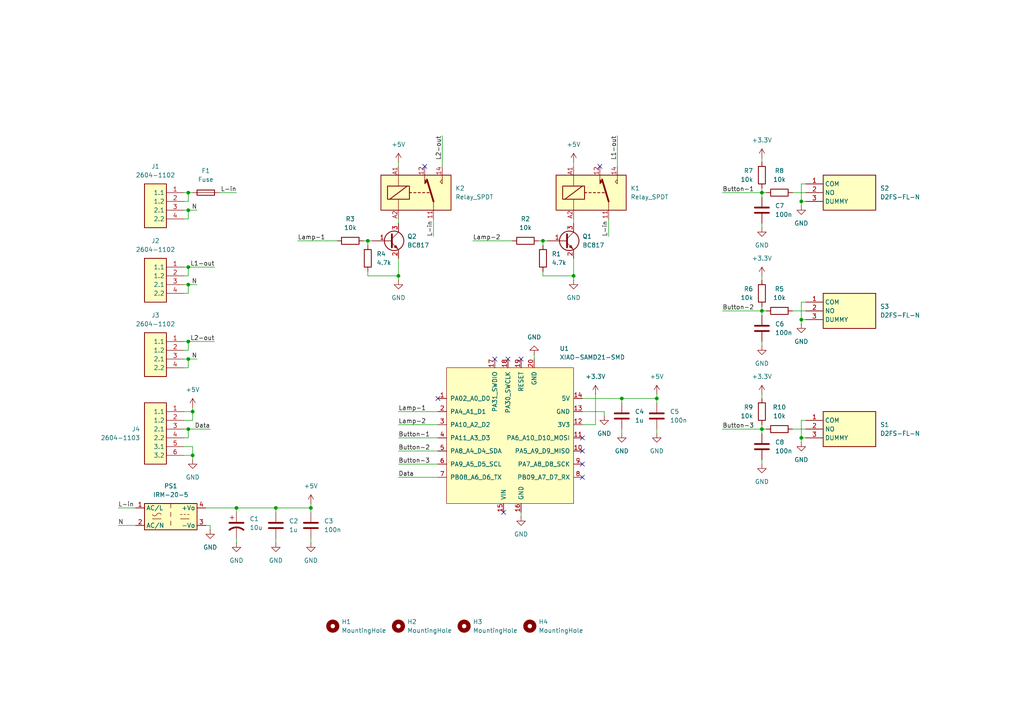
<source format=kicad_sch>
(kicad_sch (version 20231120) (generator "eeschema") (generator_version "8.0")
  (paper "A4")
  (title_block (title "Desk Lights Controller") (date "2025-01-02") (rev "1.0.0") (company "Szymon Wąchała"))
  (lib_symbols
    (symbol "Converter_ACDC:IRM-20-5"
      (property "Reference" "PS" (at 0 5.08 0))
      (property "Value" "IRM-20-5" (at 0 -5.08 0))
      (symbol "IRM-20-5_0_1"
        (rectangle (start -7.62 3.81) (end 7.62 -3.81) (stroke (width 0.254)) (fill (type background)))
        (arc (start -5.334 0.635) (mid -4.699 0.2495) (end -4.064 0.635))
        (arc (start -2.794 0.635) (mid -3.429 1.0072) (end -4.064 0.635))
        (polyline (pts (xy -5.334 -0.635) (xy -2.794 -0.635)))
        (polyline (pts (xy 0 -1.27) (xy 0 -2.54)))
        (polyline (pts (xy 0 1.27) (xy 0 0)))
        (polyline (pts (xy 0 3.81) (xy 0 2.54)))
        (polyline (pts (xy 2.794 -0.635) (xy 5.334 -0.635)))
        (polyline (pts (xy 2.794 0.635) (xy 3.302 0.635)))
        (polyline (pts (xy 3.81 0.635) (xy 4.318 0.635)))
        (polyline (pts (xy 4.826 0.635) (xy 5.334 0.635)))
      )
      (symbol "IRM-20-5_1_1"
        (pin power_in line (at -10.16 2.54 0) (length 2.54) (name "AC/L") (number "1"))
        (pin power_in line (at -10.16 -2.54 0) (length 2.54) (name "AC/N") (number "2"))
        (pin power_out line (at 10.16 -2.54 180) (length 2.54) (name "-Vo") (number "3"))
        (pin power_out line (at 10.16 2.54 180) (length 2.54) (name "+Vo") (number "4"))
      )
    )
    (symbol "D2FS-FL-N:D2FS-FL-N"
      (property "Reference" "S" (at 21.59 7.62 0))
      (property "Value" "D2FS-FL-N" (at 21.59 5.08 0))
      (symbol "D2FS-FL-N_1_1"
        (rectangle (start 5.08 2.54) (end 20.32 -7.62) (stroke (width 0.254)) (fill (type background)))
        (pin passive line (at 0 0 0) (length 5.08) (name "COM") (number "1"))
        (pin passive line (at 0 -2.54 0) (length 5.08) (name "NO") (number "2"))
        (pin passive line (at 0 -5.08 0) (length 5.08) (name "DUMMY") (number "3"))
      )
    )
    (symbol "Device:C" (pin_numbers hide) (pin_names (offset 0.254))
      (property "Reference" "C" (at 0.635 2.54 0))
      (property "Value" "C" (at 0.635 -2.54 0))
      (symbol "C_0_1"
        (polyline (pts (xy -2.032 -0.762) (xy 2.032 -0.762)) (stroke (width 0.508)))
        (polyline (pts (xy -2.032 0.762) (xy 2.032 0.762)) (stroke (width 0.508)))
      )
      (symbol "C_1_1"
        (pin passive line (at 0 3.81 270) (length 2.794) (name "~") (number "1"))
        (pin passive line (at 0 -3.81 90) (length 2.794) (name "~") (number "2"))
      )
    )
    (symbol "Device:C_Polarized_US" (pin_numbers hide) (pin_names (offset 0.254) hide)
      (property "Reference" "C" (at 0.635 2.54 0))
      (property "Value" "C_Polarized_US" (at 0.635 -2.54 0))
      (symbol "C_Polarized_US_0_1"
        (polyline (pts (xy -2.032 0.762) (xy 2.032 0.762)) (stroke (width 0.508)))
        (polyline (pts (xy -1.778 2.286) (xy -0.762 2.286)))
        (polyline (pts (xy -1.27 1.778) (xy -1.27 2.794)))
        (arc (start 2.032 -1.27) (mid 0 -0.5572) (end -2.032 -1.27) (stroke (width 0.508)))
      )
      (symbol "C_Polarized_US_1_1"
        (pin passive line (at 0 3.81 270) (length 2.794) (name "~") (number "1"))
        (pin passive line (at 0 -3.81 90) (length 3.302) (name "~") (number "2"))
      )
    )
    (symbol "Device:Fuse" (pin_numbers hide) (pin_names (offset 0))
      (property "Reference" "F" (at 2.032 0 90))
      (property "Value" "Fuse" (at -1.905 0 90))
      (symbol "Fuse_0_1"
        (rectangle (start -0.762 -2.54) (end 0.762 2.54) (stroke (width 0.254)))
        (polyline (pts (xy 0 2.54) (xy 0 -2.54)))
      )
      (symbol "Fuse_1_1"
        (pin passive line (at 0 3.81 270) (length 1.27) (name "~") (number "1"))
        (pin passive line (at 0 -3.81 90) (length 1.27) (name "~") (number "2"))
      )
    )
    (symbol "Device:R" (pin_numbers hide) (pin_names (offset 0))
      (property "Reference" "R" (at 2.032 0 90))
      (property "Value" "R" (at 0 0 90))
      (symbol "R_0_1"
        (rectangle (start -1.016 -2.54) (end 1.016 2.54) (stroke (width 0.254)))
      )
      (symbol "R_1_1"
        (pin passive line (at 0 3.81 270) (length 1.27) (name "~") (number "1"))
        (pin passive line (at 0 -3.81 90) (length 1.27) (name "~") (number "2"))
      )
    )
    (symbol "Mechanical:MountingHole" (pin_names (offset 1.016)) (exclude_from_sim yes) (in_bom no)
      (property "Reference" "H" (at 0 5.08 0))
      (property "Value" "MountingHole" (at 0 3.175 0))
      (symbol "MountingHole_0_1"
        (circle (center 0 0) (radius 1.27) (stroke (width 1.27)))
      )
    )
    (symbol "Relay:Relay_SPDT"
      (property "Reference" "K" (at 11.43 3.81 0))
      (property "Value" "Relay_SPDT" (at 11.43 1.27 0))
      (symbol "Relay_SPDT_0_0"
        (polyline (pts (xy 7.62 5.08) (xy 7.62 2.54) (xy 6.985 3.175) (xy 7.62 3.81)))
      )
      (symbol "Relay_SPDT_0_1"
        (rectangle (start -10.16 5.08) (end 10.16 -5.08) (stroke (width 0.254)) (fill (type background)))
        (rectangle (start -8.255 1.905) (end -1.905 -1.905) (stroke (width 0.254)))
        (polyline (pts (xy -7.62 -1.905) (xy -2.54 1.905)) (stroke (width 0.254)))
        (polyline (pts (xy -5.08 -5.08) (xy -5.08 -1.905)))
        (polyline (pts (xy -5.08 5.08) (xy -5.08 1.905)))
        (polyline (pts (xy -1.905 0) (xy -1.27 0)) (stroke (width 0.254)))
        (polyline (pts (xy -0.635 0) (xy 0 0)) (stroke (width 0.254)))
        (polyline (pts (xy 0.635 0) (xy 1.27 0)) (stroke (width 0.254)))
        (polyline (pts (xy 1.905 0) (xy 2.54 0)) (stroke (width 0.254)))
        (polyline (pts (xy 3.175 0) (xy 3.81 0)) (stroke (width 0.254)))
        (polyline (pts (xy 5.08 -2.54) (xy 3.175 3.81)) (stroke (width 0.508)))
        (polyline (pts (xy 5.08 -2.54) (xy 5.08 -5.08)))
        (polyline (pts (xy 2.54 5.08) (xy 2.54 2.54) (xy 3.175 3.175) (xy 2.54 3.81)) (fill (type outline)))
      )
      (symbol "Relay_SPDT_1_1"
        (pin passive line (at 5.08 -7.62 90) (length 2.54) (name "~") (number "11"))
        (pin passive line (at 2.54 7.62 270) (length 2.54) (name "~") (number "12"))
        (pin passive line (at 7.62 7.62 270) (length 2.54) (name "~") (number "14"))
        (pin passive line (at -5.08 7.62 270) (length 2.54) (name "~") (number "A1"))
        (pin passive line (at -5.08 -7.62 90) (length 2.54) (name "~") (number "A2"))
      )
    )
    (symbol "Seeed_Studio_XIAO_Series:XIAO-SAMD21-SMD" (pin_names (offset 1.016))
      (property "Reference" "U" (at -18.542 23.114 0))
      (property "Value" "XIAO-SAMD21-SMD" (at -9.906 21.336 0))
      (symbol "XIAO-SAMD21-SMD_1_1"
        (rectangle (start -19.05 20.32) (end 17.78 -19.05) (fill (type background)))
        (pin passive line (at -21.59 11.43 0) (length 2.54) (name "PA02_A0_D0") (number "1"))
        (pin passive line (at 20.32 -3.81 180) (length 2.54) (name "PA5_A9_D9_MISO") (number "10"))
        (pin passive line (at 20.32 0 180) (length 2.54) (name "PA6_A10_D10_MOSI") (number "11"))
        (pin passive line (at 20.32 3.81 180) (length 2.54) (name "3V3") (number "12"))
        (pin passive line (at 20.32 7.62 180) (length 2.54) (name "GND") (number "13"))
        (pin passive line (at 20.32 11.43 180) (length 2.54) (name "5V") (number "14"))
        (pin passive line (at -2.54 -21.59 90) (length 2.54) (name "VIN") (number "15"))
        (pin passive line (at 2.54 -21.59 90) (length 2.54) (name "GND") (number "16"))
        (pin passive line (at -5.08 22.86 270) (length 2.54) (name "PA31_SWDIO") (number "17"))
        (pin passive line (at -1.27 22.86 270) (length 2.54) (name "PA30_SWCLK") (number "18"))
        (pin passive line (at 2.54 22.86 270) (length 2.54) (name "RESET") (number "19"))
        (pin passive line (at -21.59 7.62 0) (length 2.54) (name "PA4_A1_D1") (number "2"))
        (pin passive line (at 6.35 22.86 270) (length 2.54) (name "GND") (number "20"))
        (pin passive line (at -21.59 3.81 0) (length 2.54) (name "PA10_A2_D2") (number "3"))
        (pin passive line (at -21.59 0 0) (length 2.54) (name "PA11_A3_D3") (number "4"))
        (pin passive line (at -21.59 -3.81 0) (length 2.54) (name "PA8_A4_D4_SDA") (number "5"))
        (pin passive line (at -21.59 -7.62 0) (length 2.54) (name "PA9_A5_D5_SCL") (number "6"))
        (pin passive line (at -21.59 -11.43 0) (length 2.54) (name "PB08_A6_D6_TX") (number "7"))
        (pin passive line (at 20.32 -11.43 180) (length 2.54) (name "PB09_A7_D7_RX") (number "8"))
        (pin passive line (at 20.32 -7.62 180) (length 2.54) (name "PA7_A8_D8_SCK") (number "9"))
      )
    )
    (symbol "Transistor_BJT:BC817" (pin_names (offset 0) hide)
      (property "Reference" "Q" (at 5.08 1.905 0))
      (property "Value" "BC817" (at 5.08 0 0))
      (symbol "BC817_0_1"
        (polyline (pts (xy 0.635 0.635) (xy 2.54 2.54)))
        (polyline (pts (xy 0.635 -0.635) (xy 2.54 -2.54) (xy 2.54 -2.54)))
        (polyline (pts (xy 0.635 1.905) (xy 0.635 -1.905) (xy 0.635 -1.905)) (stroke (width 0.508)))
        (polyline (pts (xy 1.27 -1.778) (xy 1.778 -1.27) (xy 2.286 -2.286) (xy 1.27 -1.778) (xy 1.27 -1.778)) (fill (type outline)))
        (circle (center 1.27 0) (radius 2.8194) (stroke (width 0.254)))
      )
      (symbol "BC817_1_1"
        (pin input line (at -5.08 0 0) (length 5.715) (name "B") (number "1"))
        (pin passive line (at 2.54 -5.08 90) (length 2.54) (name "E") (number "2"))
        (pin passive line (at 2.54 5.08 270) (length 2.54) (name "C") (number "3"))
      )
    )
    (symbol "Wago-2604-1102:2604-1102"
      (property "Reference" "J" (at 5.334 7.366 0))
      (property "Value" "2604-1102" (at 5.334 4.826 0))
      (symbol "2604-1102_1_1"
        (rectangle (start 5.08 2.54) (end 11.43 -10.16) (stroke (width 0.254)) (fill (type background)))
        (pin passive line (at 0 0 0) (length 5.08) (name "1.1") (number "1"))
        (pin passive line (at 0 -2.54 0) (length 5.08) (name "1.2") (number "2"))
        (pin passive line (at 0 -5.08 0) (length 5.08) (name "2.1") (number "3"))
        (pin passive line (at 0 -7.62 0) (length 5.08) (name "2.2") (number "4"))
      )
    )
    (symbol "Wago-2604-1103:2604-1102"
      (property "Reference" "J" (at 5.334 7.366 0))
      (property "Value" "2604-1103" (at 5.334 4.826 0))
      (symbol "2604-1102_1_1"
        (rectangle (start 5.08 2.54) (end 11.43 -15.24) (stroke (width 0.254)) (fill (type background)))
        (pin passive line (at 0 0 0) (length 5.08) (name "1.1") (number "1"))
        (pin passive line (at 0 -2.54 0) (length 5.08) (name "1.2") (number "2"))
        (pin passive line (at 0 -5.08 0) (length 5.08) (name "2.1") (number "3"))
        (pin passive line (at 0 -7.62 0) (length 5.08) (name "2.2") (number "4"))
        (pin passive line (at 0 -10.16 0) (length 5.08) (name "3.1") (number "5"))
        (pin passive line (at 0 -12.7 0) (length 5.08) (name "3.2") (number "6"))
      )
    )
    (symbol "power:GND" (power) (pin_numbers hide) (pin_names (offset 0) hide)
      (property "Value" "GND" (at 0 -3.81 0))
      (symbol "GND_0_1"
        (polyline (pts (xy 0 0) (xy 0 -1.27) (xy 1.27 -1.27) (xy 0 -2.54) (xy -1.27 -1.27) (xy 0 -1.27)))
      )
      (symbol "GND_1_1"
        (pin power_in line (at 0 0 270) (length 0) (name "~") (number "1"))
      )
    )
    (symbol "power:VCC" (power) (pin_numbers hide) (pin_names (offset 0) hide)
      (property "Value" "VCC" (at 0 3.556 0))
      (symbol "VCC_0_1"
        (polyline (pts (xy -0.762 1.27) (xy 0 2.54)))
        (polyline (pts (xy 0 0) (xy 0 2.54)))
        (polyline (pts (xy 0 2.54) (xy 0.762 1.27)))
      )
      (symbol "VCC_1_1"
        (pin power_in line (at 0 0 90) (length 0) (name "~") (number "1"))
      )
    )
  )
  (junction (at 54.61 104.14))
  (junction (at 232.41 92.71))
  (junction (at 220.98 55.88))
  (junction (at 54.61 99.06))
  (junction (at 115.57 80.01))
  (junction (at 232.41 127))
  (junction (at 54.61 55.88))
  (junction (at 55.88 119.38))
  (junction (at 55.88 132.08))
  (junction (at 190.5 115.57))
  (junction (at 90.17 147.32))
  (junction (at 157.48 69.85))
  (junction (at 166.37 80.01))
  (junction (at 54.61 124.46))
  (junction (at 80.01 147.32))
  (junction (at 180.34 115.57))
  (junction (at 54.61 77.47))
  (junction (at 232.41 58.42))
  (junction (at 54.61 60.96))
  (junction (at 68.58 147.32))
  (junction (at 54.61 82.55))
  (junction (at 220.98 90.17))
  (junction (at 220.98 124.46))
  (junction (at 106.68 69.85))
  (no_connect (at 146.05 148.59))
  (no_connect (at 168.91 127))
  (no_connect (at 123.19 48.26))
  (no_connect (at 173.99 48.26))
  (no_connect (at 127 115.57))
  (no_connect (at 151.13 104.14))
  (no_connect (at 168.91 138.43))
  (no_connect (at 168.91 134.62))
  (no_connect (at 168.91 130.81))
  (no_connect (at 147.32 104.14))
  (no_connect (at 143.51 104.14))
  (wire (pts (xy 220.98 124.46) (xy 222.25 124.46)))
  (wire (pts (xy 220.98 64.77) (xy 220.98 66.04)))
  (wire (pts (xy 53.34 119.38) (xy 55.88 119.38)))
  (wire (pts (xy 220.98 90.17) (xy 222.25 90.17)))
  (wire (pts (xy 80.01 156.21) (xy 80.01 157.48)))
  (wire (pts (xy 179.07 39.37) (xy 179.07 48.26)))
  (wire (pts (xy 175.26 120.65) (xy 175.26 119.38)))
  (wire (pts (xy 156.21 69.85) (xy 157.48 69.85)))
  (wire (pts (xy 90.17 147.32) (xy 90.17 146.05)))
  (wire (pts (xy 115.57 80.01) (xy 115.57 74.93)))
  (wire (pts (xy 209.55 55.88) (xy 220.98 55.88)))
  (wire (pts (xy 55.88 133.35) (xy 55.88 132.08)))
  (wire (pts (xy 68.58 147.32) (xy 80.01 147.32)))
  (wire (pts (xy 63.5 55.88) (xy 68.58 55.88)))
  (wire (pts (xy 232.41 128.27) (xy 232.41 127)))
  (wire (pts (xy 54.61 106.68) (xy 54.61 104.14)))
  (wire (pts (xy 157.48 69.85) (xy 158.75 69.85)))
  (wire (pts (xy 166.37 80.01) (xy 166.37 74.93)))
  (wire (pts (xy 209.55 124.46) (xy 220.98 124.46)))
  (wire (pts (xy 54.61 127) (xy 54.61 124.46)))
  (wire (pts (xy 59.69 147.32) (xy 68.58 147.32)))
  (wire (pts (xy 53.34 58.42) (xy 54.61 58.42)))
  (wire (pts (xy 55.88 118.11) (xy 55.88 119.38)))
  (wire (pts (xy 220.98 123.19) (xy 220.98 124.46)))
  (wire (pts (xy 55.88 129.54) (xy 55.88 132.08)))
  (wire (pts (xy 232.41 53.34) (xy 232.41 58.42)))
  (wire (pts (xy 54.61 99.06) (xy 62.23 99.06)))
  (wire (pts (xy 53.34 60.96) (xy 54.61 60.96)))
  (wire (pts (xy 68.58 147.32) (xy 68.58 148.59)))
  (wire (pts (xy 151.13 148.59) (xy 151.13 149.86)))
  (wire (pts (xy 157.48 78.74) (xy 157.48 80.01)))
  (wire (pts (xy 180.34 124.46) (xy 180.34 125.73)))
  (wire (pts (xy 90.17 147.32) (xy 90.17 148.59)))
  (wire (pts (xy 54.61 82.55) (xy 57.15 82.55)))
  (wire (pts (xy 232.41 121.92) (xy 232.41 127)))
  (wire (pts (xy 57.15 60.96) (xy 54.61 60.96)))
  (wire (pts (xy 115.57 127) (xy 127 127)))
  (wire (pts (xy 220.98 80.01) (xy 220.98 81.28)))
  (wire (pts (xy 53.34 124.46) (xy 54.61 124.46)))
  (wire (pts (xy 115.57 138.43) (xy 127 138.43)))
  (wire (pts (xy 55.88 132.08) (xy 53.34 132.08)))
  (wire (pts (xy 34.29 147.32) (xy 39.37 147.32)))
  (wire (pts (xy 220.98 55.88) (xy 220.98 57.15)))
  (wire (pts (xy 53.34 101.6) (xy 54.61 101.6)))
  (wire (pts (xy 220.98 88.9) (xy 220.98 90.17)))
  (wire (pts (xy 157.48 69.85) (xy 157.48 71.12)))
  (wire (pts (xy 180.34 115.57) (xy 190.5 115.57)))
  (wire (pts (xy 54.61 124.46) (xy 60.96 124.46)))
  (wire (pts (xy 53.34 77.47) (xy 54.61 77.47)))
  (wire (pts (xy 229.87 90.17) (xy 233.68 90.17)))
  (wire (pts (xy 229.87 55.88) (xy 233.68 55.88)))
  (wire (pts (xy 53.34 127) (xy 54.61 127)))
  (wire (pts (xy 106.68 69.85) (xy 106.68 71.12)))
  (wire (pts (xy 220.98 124.46) (xy 220.98 125.73)))
  (wire (pts (xy 53.34 104.14) (xy 54.61 104.14)))
  (wire (pts (xy 115.57 63.5) (xy 115.57 64.77)))
  (wire (pts (xy 220.98 90.17) (xy 220.98 91.44)))
  (wire (pts (xy 220.98 45.72) (xy 220.98 46.99)))
  (wire (pts (xy 53.34 99.06) (xy 54.61 99.06)))
  (wire (pts (xy 60.96 152.4) (xy 59.69 152.4)))
  (wire (pts (xy 172.72 123.19) (xy 168.91 123.19)))
  (wire (pts (xy 54.61 55.88) (xy 55.88 55.88)))
  (wire (pts (xy 233.68 87.63) (xy 232.41 87.63)))
  (wire (pts (xy 60.96 153.67) (xy 60.96 152.4)))
  (wire (pts (xy 128.27 39.37) (xy 128.27 48.26)))
  (wire (pts (xy 166.37 80.01) (xy 166.37 81.28)))
  (wire (pts (xy 220.98 54.61) (xy 220.98 55.88)))
  (wire (pts (xy 220.98 133.35) (xy 220.98 134.62)))
  (wire (pts (xy 115.57 119.38) (xy 127 119.38)))
  (wire (pts (xy 115.57 134.62) (xy 127 134.62)))
  (wire (pts (xy 157.48 80.01) (xy 166.37 80.01)))
  (wire (pts (xy 175.26 119.38) (xy 168.91 119.38)))
  (wire (pts (xy 55.88 121.92) (xy 53.34 121.92)))
  (wire (pts (xy 233.68 121.92) (xy 232.41 121.92)))
  (wire (pts (xy 54.61 104.14) (xy 57.15 104.14)))
  (wire (pts (xy 55.88 119.38) (xy 55.88 121.92)))
  (wire (pts (xy 115.57 130.81) (xy 127 130.81)))
  (wire (pts (xy 190.5 124.46) (xy 190.5 125.73)))
  (wire (pts (xy 54.61 85.09) (xy 54.61 82.55)))
  (wire (pts (xy 105.41 69.85) (xy 106.68 69.85)))
  (wire (pts (xy 209.55 90.17) (xy 220.98 90.17)))
  (wire (pts (xy 220.98 99.06) (xy 220.98 100.33)))
  (wire (pts (xy 54.61 101.6) (xy 54.61 99.06)))
  (wire (pts (xy 53.34 63.5) (xy 54.61 63.5)))
  (wire (pts (xy 54.61 63.5) (xy 54.61 60.96)))
  (wire (pts (xy 232.41 92.71) (xy 233.68 92.71)))
  (wire (pts (xy 106.68 69.85) (xy 107.95 69.85)))
  (wire (pts (xy 166.37 46.99) (xy 166.37 48.26)))
  (wire (pts (xy 229.87 124.46) (xy 233.68 124.46)))
  (wire (pts (xy 168.91 115.57) (xy 180.34 115.57)))
  (wire (pts (xy 233.68 53.34) (xy 232.41 53.34)))
  (wire (pts (xy 172.72 114.3) (xy 172.72 123.19)))
  (wire (pts (xy 220.98 114.3) (xy 220.98 115.57)))
  (wire (pts (xy 232.41 59.69) (xy 232.41 58.42)))
  (wire (pts (xy 115.57 123.19) (xy 127 123.19)))
  (wire (pts (xy 53.34 85.09) (xy 54.61 85.09)))
  (wire (pts (xy 190.5 115.57) (xy 190.5 114.3)))
  (wire (pts (xy 115.57 80.01) (xy 115.57 81.28)))
  (wire (pts (xy 232.41 87.63) (xy 232.41 92.71)))
  (wire (pts (xy 232.41 127) (xy 233.68 127)))
  (wire (pts (xy 86.36 69.85) (xy 97.79 69.85)))
  (wire (pts (xy 190.5 115.57) (xy 190.5 116.84)))
  (wire (pts (xy 53.34 129.54) (xy 55.88 129.54)))
  (wire (pts (xy 53.34 55.88) (xy 54.61 55.88)))
  (wire (pts (xy 115.57 46.99) (xy 115.57 48.26)))
  (wire (pts (xy 180.34 115.57) (xy 180.34 116.84)))
  (wire (pts (xy 68.58 156.21) (xy 68.58 157.48)))
  (wire (pts (xy 220.98 55.88) (xy 222.25 55.88)))
  (wire (pts (xy 125.73 68.58) (xy 125.73 63.5)))
  (wire (pts (xy 54.61 80.01) (xy 54.61 77.47)))
  (wire (pts (xy 80.01 147.32) (xy 90.17 147.32)))
  (wire (pts (xy 53.34 106.68) (xy 54.61 106.68)))
  (wire (pts (xy 34.29 152.4) (xy 39.37 152.4)))
  (wire (pts (xy 90.17 156.21) (xy 90.17 157.48)))
  (wire (pts (xy 54.61 58.42) (xy 54.61 55.88)))
  (wire (pts (xy 232.41 93.98) (xy 232.41 92.71)))
  (wire (pts (xy 106.68 78.74) (xy 106.68 80.01)))
  (wire (pts (xy 106.68 80.01) (xy 115.57 80.01)))
  (wire (pts (xy 176.53 68.58) (xy 176.53 63.5)))
  (wire (pts (xy 232.41 58.42) (xy 233.68 58.42)))
  (wire (pts (xy 53.34 80.01) (xy 54.61 80.01)))
  (wire (pts (xy 166.37 63.5) (xy 166.37 64.77)))
  (wire (pts (xy 53.34 82.55) (xy 54.61 82.55)))
  (wire (pts (xy 80.01 147.32) (xy 80.01 148.59)))
  (wire (pts (xy 137.16 69.85) (xy 148.59 69.85)))
  (wire (pts (xy 154.94 102.87) (xy 154.94 104.14)))
  (wire (pts (xy 54.61 77.47) (xy 62.23 77.47)))
  (label "Lamp-2" (at 137.16 69.85 0))
  (label "Lamp-2" (at 115.57 123.19 0))
  (label "Button-1" (at 115.57 127 0))
  (label "Button-1" (at 209.55 55.88 0))
  (label "L-in" (at 68.58 55.88 180))
  (label "Button-2" (at 115.57 130.81 0))
  (label "L-in" (at 125.73 68.58 90))
  (label "L-in" (at 176.53 68.58 90))
  (label "L2-out" (at 62.23 99.06 180))
  (label "Button-2" (at 209.55 90.17 0))
  (label "Button-3" (at 209.55 124.46 0))
  (label "Lamp-1" (at 115.57 119.38 0))
  (label "Button-3" (at 115.57 134.62 0))
  (label "N" (at 57.15 60.96 180))
  (label "L-in" (at 34.29 147.32 0))
  (label "L2-out" (at 128.27 39.37 270))
  (label "L1-out" (at 62.23 77.47 180))
  (label "L1-out" (at 179.07 39.37 270))
  (label "N" (at 34.29 152.4 0))
  (label "Data" (at 60.96 124.46 180))
  (label "N" (at 57.15 82.55 180))
  (label "Lamp-1" (at 86.36 69.85 0))
  (label "Data" (at 115.57 138.43 0))
  (label "N" (at 57.15 104.14 180))
  (symbol (lib_id "Device:C") (at 190.5 120.65 0) (unit 1)
    (property "Reference" "C5" (at 194.31 119.3799 0) (effects (justify left)))
    (property "Value" "100n" (at 194.31 121.9199 0) (effects (justify left)))
    (property "Footprint" "Capacitor_SMD:C_0805_2012Metric" (effects (hide yes)))
    (property "Description" "Unpolarized capacitor" (effects (hide yes)))
  )
  (symbol (lib_id "Device:R") (at 220.98 85.09 0) (mirror x) (unit 1)
    (property "Reference" "R6" (at 218.44 83.8199 0) (effects (justify right)))
    (property "Value" "10k" (at 218.44 86.3599 0) (effects (justify right)))
    (property "Footprint" "Resistor_SMD:R_0805_2012Metric" (effects (hide yes)))
    (property "Description" "Resistor" (effects (hide yes)))
  )
  (symbol (lib_id "Transistor_BJT:BC817") (at 163.83 69.85 0) (unit 1)
    (property "Reference" "Q1" (at 168.91 68.5799 0) (effects (justify left)))
    (property "Value" "BC817" (at 168.91 71.1199 0) (effects (justify left)))
    (property "Footprint" "Package_TO_SOT_SMD:SOT-23" (effects (hide yes)))
    (property "Datasheet" "https://www.onsemi.com/pub/Collateral/BC818-D.pdf" (effects (hide yes)))
    (property "Description" "0.8A Ic, 45V Vce, NPN Transistor, SOT-23" (effects (hide yes)))
  )
  (symbol (lib_id "Wago-2604-1102:2604-1102") (at 53.34 55.88 0) (mirror y) (unit 1)
    (property "Reference" "J1" (at 45.085 48.26 0))
    (property "Value" "2604-1102" (at 45.085 50.8 0))
    (property "Footprint" "Wago-2604-1102:26041102" (effects (hide yes)))
    (property "Datasheet" "https://www.wago.com/2604-1102" (effects (hide yes)))
    (property "Description" "PCB terminal block; lever; 4 mm; Pin spacing 5 mm; 2-pole; Push-in CAGE CLAMP" (effects (hide yes)))
    (property "Height" "16.7" (effects (hide yes)))
    (property "Manufacturer_Name" "Wago" (effects (hide yes)))
    (property "Manufacturer_Part_Number" "2604-1102" (effects (hide yes)))
  )
  (symbol (lib_id "Device:R") (at 226.06 124.46 90) (unit 1)
    (property "Reference" "R10" (at 226.06 118.11 90))
    (property "Value" "10k" (at 226.06 120.65 90))
    (property "Footprint" "Resistor_SMD:R_0805_2012Metric" (effects (hide yes)))
    (property "Description" "Resistor" (effects (hide yes)))
  )
  (symbol (lib_id "Mechanical:MountingHole") (at 115.57 181.61 0) (unit 1) (exclude_from_sim yes) (in_bom no)
    (property "Reference" "H2" (at 118.11 180.3399 0) (effects (justify left)))
    (property "Value" "MountingHole" (at 118.11 182.8799 0) (effects (justify left)))
    (property "Footprint" "MountingHole:MountingHole_3.2mm_M3" (effects (hide yes)))
    (property "Description" "Mounting Hole without connection" (effects (hide yes)))
  )
  (symbol (lib_id "power:GND") (at 220.98 100.33 0) (unit 1)
    (property "Reference" "#PWR020" (effects (hide yes)))
    (property "Value" "GND" (at 220.98 105.41 0))
    (property "Description" "Power symbol creates a global label with name \"GND\" , ground" (effects (hide yes)))
  )
  (symbol (lib_id "power:VCC") (at 190.5 114.3 0) (unit 1)
    (property "Reference" "#PWR013" (effects (hide yes)))
    (property "Value" "+5V" (at 190.5 109.22 0))
    (property "Description" "Power symbol creates a global label with name \"VCC\"" (effects (hide yes)))
  )
  (symbol (lib_id "Device:R") (at 226.06 55.88 90) (unit 1)
    (property "Reference" "R8" (at 226.06 49.53 90))
    (property "Value" "10k" (at 226.06 52.07 90))
    (property "Footprint" "Resistor_SMD:R_0805_2012Metric" (effects (hide yes)))
    (property "Description" "Resistor" (effects (hide yes)))
  )
  (symbol (lib_id "Device:C") (at 220.98 129.54 0) (unit 1)
    (property "Reference" "C8" (at 224.79 128.2699 0) (effects (justify left)))
    (property "Value" "100n" (at 224.79 130.8099 0) (effects (justify left)))
    (property "Footprint" "Capacitor_SMD:C_0805_2012Metric" (effects (hide yes)))
    (property "Description" "Unpolarized capacitor" (effects (hide yes)))
  )
  (symbol (lib_id "power:GND") (at 220.98 66.04 0) (unit 1)
    (property "Reference" "#PWR023" (effects (hide yes)))
    (property "Value" "GND" (at 220.98 71.12 0))
    (property "Description" "Power symbol creates a global label with name \"GND\" , ground" (effects (hide yes)))
  )
  (symbol (lib_id "power:VCC") (at 115.57 46.99 0) (unit 1)
    (property "Reference" "#PWR03" (effects (hide yes)))
    (property "Value" "+5V" (at 115.57 41.91 0))
    (property "Description" "Power symbol creates a global label with name \"VCC\"" (effects (hide yes)))
  )
  (symbol (lib_id "D2FS-FL-N:D2FS-FL-N") (at 233.68 53.34 0) (unit 1)
    (property "Reference" "S2" (at 255.27 54.6099 0) (effects (justify left)))
    (property "Value" "D2FS-FL-N" (at 255.27 57.1499 0) (effects (justify left)))
    (property "Footprint" "D2FS-FL-N:D2FSFLN" (effects (hide yes)))
    (property "Datasheet" "https://omronfs.omron.com/en_US/ecb/products/pdf/en-d2fs.pdf" (effects (hide yes)))
    (property "Description" "Switch SPST-NO Through Hole , 100mA (DC) , 6V , 25gf , 0.1A , -20C ~ 70C" (effects (hide yes)))
    (property "Height" "7.5" (effects (hide yes)))
    (property "Manufacturer_Name" "Omron Electronics" (effects (hide yes)))
    (property "Manufacturer_Part_Number" "D2FS-FL-N" (effects (hide yes)))
  )
  (symbol (lib_id "Device:R") (at 152.4 69.85 90) (unit 1)
    (property "Reference" "R2" (at 152.4 63.5 90))
    (property "Value" "10k" (at 152.4 66.04 90))
    (property "Footprint" "Resistor_SMD:R_0805_2012Metric" (effects (hide yes)))
    (property "Description" "Resistor" (effects (hide yes)))
  )
  (symbol (lib_id "power:GND") (at 166.37 81.28 0) (unit 1)
    (property "Reference" "#PWR01" (effects (hide yes)))
    (property "Value" "GND" (at 166.37 86.36 0))
    (property "Description" "Power symbol creates a global label with name \"GND\" , ground" (effects (hide yes)))
  )
  (symbol (lib_id "D2FS-FL-N:D2FS-FL-N") (at 233.68 87.63 0) (unit 1)
    (property "Reference" "S3" (at 255.27 88.8999 0) (effects (justify left)))
    (property "Value" "D2FS-FL-N" (at 255.27 91.4399 0) (effects (justify left)))
    (property "Footprint" "D2FS-FL-N:D2FSFLN" (effects (hide yes)))
    (property "Datasheet" "https://omronfs.omron.com/en_US/ecb/products/pdf/en-d2fs.pdf" (effects (hide yes)))
    (property "Description" "Switch SPST-NO Through Hole , 100mA (DC) , 6V , 25gf , 0.1A , -20C ~ 70C" (effects (hide yes)))
    (property "Height" "7.5" (effects (hide yes)))
    (property "Manufacturer_Name" "Omron Electronics" (effects (hide yes)))
    (property "Manufacturer_Part_Number" "D2FS-FL-N" (effects (hide yes)))
  )
  (symbol (lib_id "power:VCC") (at 172.72 114.3 0) (unit 1)
    (property "Reference" "#PWR018" (effects (hide yes)))
    (property "Value" "+3.3V" (at 172.72 109.22 0))
    (property "Description" "Power symbol creates a global label with name \"VCC\"" (effects (hide yes)))
  )
  (symbol (lib_id "power:GND") (at 90.17 157.48 0) (unit 1)
    (property "Reference" "#PWR09" (effects (hide yes)))
    (property "Value" "GND" (at 90.17 162.56 0))
    (property "Description" "Power symbol creates a global label with name \"GND\" , ground" (effects (hide yes)))
  )
  (symbol (lib_id "Device:C") (at 90.17 152.4 0) (unit 1)
    (property "Reference" "C3" (at 93.98 151.1299 0) (effects (justify left)))
    (property "Value" "100n" (at 93.98 153.6699 0) (effects (justify left)))
    (property "Footprint" "Capacitor_SMD:C_0805_2012Metric" (effects (hide yes)))
    (property "Description" "Unpolarized capacitor" (effects (hide yes)))
  )
  (symbol (lib_id "power:GND") (at 175.26 120.65 0) (unit 1)
    (property "Reference" "#PWR015" (effects (hide yes)))
    (property "Value" "GND" (at 175.26 125.73 0))
    (property "Description" "Power symbol creates a global label with name \"GND\" , ground" (effects (hide yes)))
  )
  (symbol (lib_id "power:GND") (at 180.34 125.73 0) (unit 1)
    (property "Reference" "#PWR012" (effects (hide yes)))
    (property "Value" "GND" (at 180.34 130.81 0))
    (property "Description" "Power symbol creates a global label with name \"GND\" , ground" (effects (hide yes)))
  )
  (symbol (lib_id "power:GND") (at 190.5 125.73 0) (unit 1)
    (property "Reference" "#PWR014" (effects (hide yes)))
    (property "Value" "GND" (at 190.5 130.81 0))
    (property "Description" "Power symbol creates a global label with name \"GND\" , ground" (effects (hide yes)))
  )
  (symbol (lib_id "Device:Fuse") (at 59.69 55.88 90) (unit 1)
    (property "Reference" "F1" (at 59.69 49.53 90))
    (property "Value" "Fuse" (at 59.69 52.07 90))
    (property "Footprint" "Fuse:Fuseholder_Cylinder-5x20mm_Schurter_0031_8201_Horizontal_Open" (effects (hide yes)))
    (property "Description" "Fuse" (effects (hide yes)))
  )
  (symbol (lib_id "Device:C") (at 220.98 60.96 0) (unit 1)
    (property "Reference" "C7" (at 224.79 59.6899 0) (effects (justify left)))
    (property "Value" "100n" (at 224.79 62.2299 0) (effects (justify left)))
    (property "Footprint" "Capacitor_SMD:C_0805_2012Metric" (effects (hide yes)))
    (property "Description" "Unpolarized capacitor" (effects (hide yes)))
  )
  (symbol (lib_id "Wago-2604-1103:2604-1102") (at 53.34 119.38 0) (mirror y) (unit 1)
    (property "Reference" "J4" (at 40.64 124.4599 0) (effects (justify left)))
    (property "Value" "2604-1103" (at 40.64 126.9999 0) (effects (justify left)))
    (property "Footprint" "Wago-2604-1103:26041103" (effects (hide yes)))
    (property "Datasheet" "https://www.wago.com/2604-1102" (effects (hide yes)))
    (property "Description" "PCB terminal block; lever; 4 mm; Pin spacing 5 mm; 3-pole; Push-in CAGE CLAMP" (effects (hide yes)))
    (property "Height" "16.7" (effects (hide yes)))
    (property "Manufacturer_Name" "Wago" (effects (hide yes)))
    (property "Manufacturer_Part_Number" "2604-1102" (effects (hide yes)))
  )
  (symbol (lib_id "power:GND") (at 55.88 133.35 0) (unit 1)
    (property "Reference" "#PWR011" (effects (hide yes)))
    (property "Value" "GND" (at 55.88 138.43 0))
    (property "Description" "Power symbol creates a global label with name \"GND\" , ground" (effects (hide yes)))
  )
  (symbol (lib_id "power:VCC") (at 220.98 114.3 0) (unit 1)
    (property "Reference" "#PWR025" (effects (hide yes)))
    (property "Value" "+3.3V" (at 220.98 109.22 0))
    (property "Description" "Power symbol creates a global label with name \"VCC\"" (effects (hide yes)))
  )
  (symbol (lib_id "Device:C") (at 220.98 95.25 0) (unit 1)
    (property "Reference" "C6" (at 224.79 93.9799 0) (effects (justify left)))
    (property "Value" "100n" (at 224.79 96.5199 0) (effects (justify left)))
    (property "Footprint" "Capacitor_SMD:C_0805_2012Metric" (effects (hide yes)))
    (property "Description" "Unpolarized capacitor" (effects (hide yes)))
  )
  (symbol (lib_id "Device:R") (at 101.6 69.85 90) (unit 1)
    (property "Reference" "R3" (at 101.6 63.5 90))
    (property "Value" "10k" (at 101.6 66.04 90))
    (property "Footprint" "Resistor_SMD:R_0805_2012Metric" (effects (hide yes)))
    (property "Description" "Resistor" (effects (hide yes)))
  )
  (symbol (lib_id "Relay:Relay_SPDT") (at 171.45 55.88 0) (unit 1)
    (property "Reference" "K1" (at 182.88 54.6099 0) (effects (justify left)))
    (property "Value" "Relay_SPDT" (at 182.88 57.1499 0) (effects (justify left)))
    (property "Footprint" "Relay_THT:Relay_SPDT_Finder_40.51" (effects (hide yes)))
    (property "Description" "Relay SPDT, monostable, EN50005" (effects (hide yes)))
  )
  (symbol (lib_id "Mechanical:MountingHole") (at 153.67 181.61 0) (unit 1) (exclude_from_sim yes) (in_bom no)
    (property "Reference" "H4" (at 156.21 180.3399 0) (effects (justify left)))
    (property "Value" "MountingHole" (at 156.21 182.8799 0) (effects (justify left)))
    (property "Footprint" "MountingHole:MountingHole_3.2mm_M3" (effects (hide yes)))
    (property "Description" "Mounting Hole without connection" (effects (hide yes)))
  )
  (symbol (lib_id "power:GND") (at 232.41 93.98 0) (unit 1)
    (property "Reference" "#PWR021" (effects (hide yes)))
    (property "Value" "GND" (at 232.41 99.06 0))
    (property "Description" "Power symbol creates a global label with name \"GND\" , ground" (effects (hide yes)))
  )
  (symbol (lib_id "Mechanical:MountingHole") (at 134.62 181.61 0) (unit 1) (exclude_from_sim yes) (in_bom no)
    (property "Reference" "H3" (at 137.16 180.3399 0) (effects (justify left)))
    (property "Value" "MountingHole" (at 137.16 182.8799 0) (effects (justify left)))
    (property "Footprint" "MountingHole:MountingHole_3.2mm_M3" (effects (hide yes)))
    (property "Description" "Mounting Hole without connection" (effects (hide yes)))
  )
  (symbol (lib_id "Device:R") (at 220.98 50.8 0) (mirror x) (unit 1)
    (property "Reference" "R7" (at 218.44 49.5299 0) (effects (justify right)))
    (property "Value" "10k" (at 218.44 52.0699 0) (effects (justify right)))
    (property "Footprint" "Resistor_SMD:R_0805_2012Metric" (effects (hide yes)))
    (property "Description" "Resistor" (effects (hide yes)))
  )
  (symbol (lib_id "power:GND") (at 60.96 153.67 0) (unit 1)
    (property "Reference" "#PWR05" (effects (hide yes)))
    (property "Value" "GND" (at 60.96 158.75 0))
    (property "Description" "Power symbol creates a global label with name \"GND\" , ground" (effects (hide yes)))
  )
  (symbol (lib_id "power:VCC") (at 166.37 46.99 0) (unit 1)
    (property "Reference" "#PWR02" (effects (hide yes)))
    (property "Value" "+5V" (at 166.37 41.91 0))
    (property "Description" "Power symbol creates a global label with name \"VCC\"" (effects (hide yes)))
  )
  (symbol (lib_id "power:VCC") (at 220.98 80.01 0) (unit 1)
    (property "Reference" "#PWR019" (effects (hide yes)))
    (property "Value" "+3.3V" (at 220.98 74.93 0))
    (property "Description" "Power symbol creates a global label with name \"VCC\"" (effects (hide yes)))
  )
  (symbol (lib_id "Mechanical:MountingHole") (at 96.52 181.61 0) (unit 1) (exclude_from_sim yes) (in_bom no)
    (property "Reference" "H1" (at 99.06 180.3399 0) (effects (justify left)))
    (property "Value" "MountingHole" (at 99.06 182.8799 0) (effects (justify left)))
    (property "Footprint" "MountingHole:MountingHole_3.2mm_M3" (effects (hide yes)))
    (property "Description" "Mounting Hole without connection" (effects (hide yes)))
  )
  (symbol (lib_id "Transistor_BJT:BC817") (at 113.03 69.85 0) (unit 1)
    (property "Reference" "Q2" (at 118.11 68.5799 0) (effects (justify left)))
    (property "Value" "BC817" (at 118.11 71.1199 0) (effects (justify left)))
    (property "Footprint" "Package_TO_SOT_SMD:SOT-23" (effects (hide yes)))
    (property "Datasheet" "https://www.onsemi.com/pub/Collateral/BC818-D.pdf" (effects (hide yes)))
    (property "Description" "0.8A Ic, 45V Vce, NPN Transistor, SOT-23" (effects (hide yes)))
  )
  (symbol (lib_id "Device:R") (at 157.48 74.93 0) (unit 1)
    (property "Reference" "R1" (at 160.02 73.6599 0) (effects (justify left)))
    (property "Value" "4.7k" (at 160.02 76.1999 0) (effects (justify left)))
    (property "Footprint" "Resistor_SMD:R_0805_2012Metric" (effects (hide yes)))
    (property "Description" "Resistor" (effects (hide yes)))
  )
  (symbol (lib_id "power:GND") (at 80.01 157.48 0) (unit 1)
    (property "Reference" "#PWR08" (effects (hide yes)))
    (property "Value" "GND" (at 80.01 162.56 0))
    (property "Description" "Power symbol creates a global label with name \"GND\" , ground" (effects (hide yes)))
  )
  (symbol (lib_id "Converter_ACDC:IRM-20-5") (at 49.53 149.86 0) (unit 1)
    (property "Reference" "PS1" (at 49.53 140.97 0))
    (property "Value" "IRM-20-5" (at 49.53 143.51 0))
    (property "Footprint" "Converter_ACDC:Converter_ACDC_MeanWell_IRM-20-xx_THT" (effects (hide yes)))
    (property "Datasheet" "http://www.meanwell.com/Upload/PDF/IRM-20/IRM-20-SPEC.PDF" (effects (hide yes)))
    (property "Description" "5V, 4A, 20W, Isolated, AC-DC, 219A(IRM20)" (effects (hide yes)))
  )
  (symbol (lib_id "Device:R") (at 226.06 90.17 90) (unit 1)
    (property "Reference" "R5" (at 226.06 83.82 90))
    (property "Value" "10k" (at 226.06 86.36 90))
    (property "Footprint" "Resistor_SMD:R_0805_2012Metric" (effects (hide yes)))
    (property "Description" "Resistor" (effects (hide yes)))
  )
  (symbol (lib_id "power:VCC") (at 90.17 146.05 0) (unit 1)
    (property "Reference" "#PWR06" (effects (hide yes)))
    (property "Value" "+5V" (at 90.17 140.97 0))
    (property "Description" "Power symbol creates a global label with name \"VCC\"" (effects (hide yes)))
  )
  (symbol (lib_id "power:GND") (at 154.94 102.87 180) (unit 1)
    (property "Reference" "#PWR017" (effects (hide yes)))
    (property "Value" "GND" (at 154.94 97.79 0))
    (property "Description" "Power symbol creates a global label with name \"GND\" , ground" (effects (hide yes)))
  )
  (symbol (lib_id "power:GND") (at 232.41 128.27 0) (unit 1)
    (property "Reference" "#PWR027" (effects (hide yes)))
    (property "Value" "GND" (at 232.41 133.35 0))
    (property "Description" "Power symbol creates a global label with name \"GND\" , ground" (effects (hide yes)))
  )
  (symbol (lib_id "Device:C") (at 180.34 120.65 0) (unit 1)
    (property "Reference" "C4" (at 184.15 119.3799 0) (effects (justify left)))
    (property "Value" "1u" (at 184.15 121.9199 0) (effects (justify left)))
    (property "Footprint" "Capacitor_SMD:C_0805_2012Metric" (effects (hide yes)))
    (property "Description" "Unpolarized capacitor" (effects (hide yes)))
  )
  (symbol (lib_id "Wago-2604-1102:2604-1102") (at 53.34 99.06 0) (mirror y) (unit 1)
    (property "Reference" "J3" (at 45.085 91.44 0))
    (property "Value" "2604-1102" (at 45.085 93.98 0))
    (property "Footprint" "Wago-2604-1102:26041102" (effects (hide yes)))
    (property "Datasheet" "https://www.wago.com/2604-1102" (effects (hide yes)))
    (property "Description" "PCB terminal block; lever; 4 mm; Pin spacing 5 mm; 2-pole; Push-in CAGE CLAMP" (effects (hide yes)))
    (property "Height" "16.7" (effects (hide yes)))
    (property "Manufacturer_Name" "Wago" (effects (hide yes)))
    (property "Manufacturer_Part_Number" "2604-1102" (effects (hide yes)))
  )
  (symbol (lib_id "Device:R") (at 106.68 74.93 0) (unit 1)
    (property "Reference" "R4" (at 109.22 73.6599 0) (effects (justify left)))
    (property "Value" "4.7k" (at 109.22 76.1999 0) (effects (justify left)))
    (property "Footprint" "Resistor_SMD:R_0805_2012Metric" (effects (hide yes)))
    (property "Description" "Resistor" (effects (hide yes)))
  )
  (symbol (lib_id "power:VCC") (at 55.88 118.11 0) (unit 1)
    (property "Reference" "#PWR010" (effects (hide yes)))
    (property "Value" "+5V" (at 55.88 113.03 0))
    (property "Description" "Power symbol creates a global label with name \"VCC\"" (effects (hide yes)))
  )
  (symbol (lib_id "Seeed_Studio_XIAO_Series:XIAO-SAMD21-SMD") (at 148.59 127 0) (unit 1)
    (property "Reference" "U1" (at 162.306 101.092 0) (effects (justify left)))
    (property "Value" "XIAO-SAMD21-SMD" (at 162.306 103.632 0) (effects (justify left)))
    (property "Footprint" "Seeed Studio XIAO Series Library:XIAO-SAMD21-SMD" (effects (hide yes)))
  )
  (symbol (lib_id "Relay:Relay_SPDT") (at 120.65 55.88 0) (unit 1)
    (property "Reference" "K2" (at 132.08 54.6099 0) (effects (justify left)))
    (property "Value" "Relay_SPDT" (at 132.08 57.1499 0) (effects (justify left)))
    (property "Footprint" "Relay_THT:Relay_SPDT_Finder_40.51" (effects (hide yes)))
    (property "Description" "Relay SPDT, monostable, EN50005" (effects (hide yes)))
  )
  (symbol (lib_id "Device:R") (at 220.98 119.38 0) (mirror x) (unit 1)
    (property "Reference" "R9" (at 218.44 118.1099 0) (effects (justify right)))
    (property "Value" "10k" (at 218.44 120.6499 0) (effects (justify right)))
    (property "Footprint" "Resistor_SMD:R_0805_2012Metric" (effects (hide yes)))
    (property "Description" "Resistor" (effects (hide yes)))
  )
  (symbol (lib_id "Wago-2604-1102:2604-1102") (at 53.34 77.47 0) (mirror y) (unit 1)
    (property "Reference" "J2" (at 45.085 69.85 0))
    (property "Value" "2604-1102" (at 45.085 72.39 0))
    (property "Footprint" "Wago-2604-1102:26041102" (effects (hide yes)))
    (property "Datasheet" "https://www.wago.com/2604-1102" (effects (hide yes)))
    (property "Description" "PCB terminal block; lever; 4 mm; Pin spacing 5 mm; 2-pole; Push-in CAGE CLAMP" (effects (hide yes)))
    (property "Height" "16.7" (effects (hide yes)))
    (property "Manufacturer_Name" "Wago" (effects (hide yes)))
    (property "Manufacturer_Part_Number" "2604-1102" (effects (hide yes)))
  )
  (symbol (lib_id "Device:C_Polarized_US") (at 68.58 152.4 0) (unit 1)
    (property "Reference" "C1" (at 72.39 150.4949 0) (effects (justify left)))
    (property "Value" "10u" (at 72.39 153.0349 0) (effects (justify left)))
    (property "Footprint" "Capacitor_THT:CP_Radial_D6.3mm_P2.50mm" (effects (hide yes)))
    (property "Description" "Polarized capacitor, US symbol" (effects (hide yes)))
  )
  (symbol (lib_id "power:GND") (at 151.13 149.86 0) (unit 1)
    (property "Reference" "#PWR016" (effects (hide yes)))
    (property "Value" "GND" (at 151.13 154.94 0))
    (property "Description" "Power symbol creates a global label with name \"GND\" , ground" (effects (hide yes)))
  )
  (symbol (lib_id "power:GND") (at 115.57 81.28 0) (unit 1)
    (property "Reference" "#PWR04" (effects (hide yes)))
    (property "Value" "GND" (at 115.57 86.36 0))
    (property "Description" "Power symbol creates a global label with name \"GND\" , ground" (effects (hide yes)))
  )
  (symbol (lib_id "power:GND") (at 232.41 59.69 0) (unit 1)
    (property "Reference" "#PWR024" (effects (hide yes)))
    (property "Value" "GND" (at 232.41 64.77 0))
    (property "Description" "Power symbol creates a global label with name \"GND\" , ground" (effects (hide yes)))
  )
  (symbol (lib_id "power:VCC") (at 220.98 45.72 0) (unit 1)
    (property "Reference" "#PWR022" (effects (hide yes)))
    (property "Value" "+3.3V" (at 220.98 40.64 0))
    (property "Description" "Power symbol creates a global label with name \"VCC\"" (effects (hide yes)))
  )
  (symbol (lib_id "power:GND") (at 220.98 134.62 0) (unit 1)
    (property "Reference" "#PWR026" (effects (hide yes)))
    (property "Value" "GND" (at 220.98 139.7 0))
    (property "Description" "Power symbol creates a global label with name \"GND\" , ground" (effects (hide yes)))
  )
  (symbol (lib_id "power:GND") (at 68.58 157.48 0) (unit 1)
    (property "Reference" "#PWR07" (effects (hide yes)))
    (property "Value" "GND" (at 68.58 162.56 0))
    (property "Description" "Power symbol creates a global label with name \"GND\" , ground" (effects (hide yes)))
  )
  (symbol (lib_id "D2FS-FL-N:D2FS-FL-N") (at 233.68 121.92 0) (unit 1)
    (property "Reference" "S1" (at 255.27 123.1899 0) (effects (justify left)))
    (property "Value" "D2FS-FL-N" (at 255.27 125.7299 0) (effects (justify left)))
    (property "Footprint" "D2FS-FL-N:D2FSFLN" (effects (hide yes)))
    (property "Datasheet" "https://omronfs.omron.com/en_US/ecb/products/pdf/en-d2fs.pdf" (effects (hide yes)))
    (property "Description" "Switch SPST-NO Through Hole , 100mA (DC) , 6V , 25gf , 0.1A , -20C ~ 70C" (effects (hide yes)))
    (property "Height" "7.5" (effects (hide yes)))
    (property "Manufacturer_Name" "Omron Electronics" (effects (hide yes)))
    (property "Manufacturer_Part_Number" "D2FS-FL-N" (effects (hide yes)))
  )
  (symbol (lib_id "Device:C") (at 80.01 152.4 0) (unit 1)
    (property "Reference" "C2" (at 83.82 151.1299 0) (effects (justify left)))
    (property "Value" "1u" (at 83.82 153.6699 0) (effects (justify left)))
    (property "Footprint" "Capacitor_SMD:C_0805_2012Metric" (effects (hide yes)))
    (property "Description" "Unpolarized capacitor" (effects (hide yes)))
  )
)
</source>
